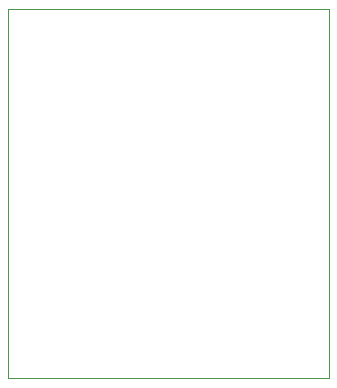
<source format=gbr>
%TF.GenerationSoftware,KiCad,Pcbnew,(5.1.6)-1*%
%TF.CreationDate,2021-12-03T10:29:43-08:00*%
%TF.ProjectId,Speeduino Dual Opto Board,53706565-6475-4696-9e6f-204475616c20,rev?*%
%TF.SameCoordinates,Original*%
%TF.FileFunction,Profile,NP*%
%FSLAX46Y46*%
G04 Gerber Fmt 4.6, Leading zero omitted, Abs format (unit mm)*
G04 Created by KiCad (PCBNEW (5.1.6)-1) date 2021-12-03 10:29:43*
%MOMM*%
%LPD*%
G01*
G04 APERTURE LIST*
%TA.AperFunction,Profile*%
%ADD10C,0.050000*%
%TD*%
G04 APERTURE END LIST*
D10*
X145542000Y-96520000D02*
X145542000Y-65278000D01*
X172720000Y-96520000D02*
X145542000Y-96520000D01*
X172720000Y-94996000D02*
X172720000Y-96520000D01*
X172720000Y-65278000D02*
X172720000Y-94996000D01*
X172212000Y-65278000D02*
X172720000Y-65278000D01*
X171958000Y-65278000D02*
X172212000Y-65278000D01*
X145542000Y-65278000D02*
X171958000Y-65278000D01*
M02*

</source>
